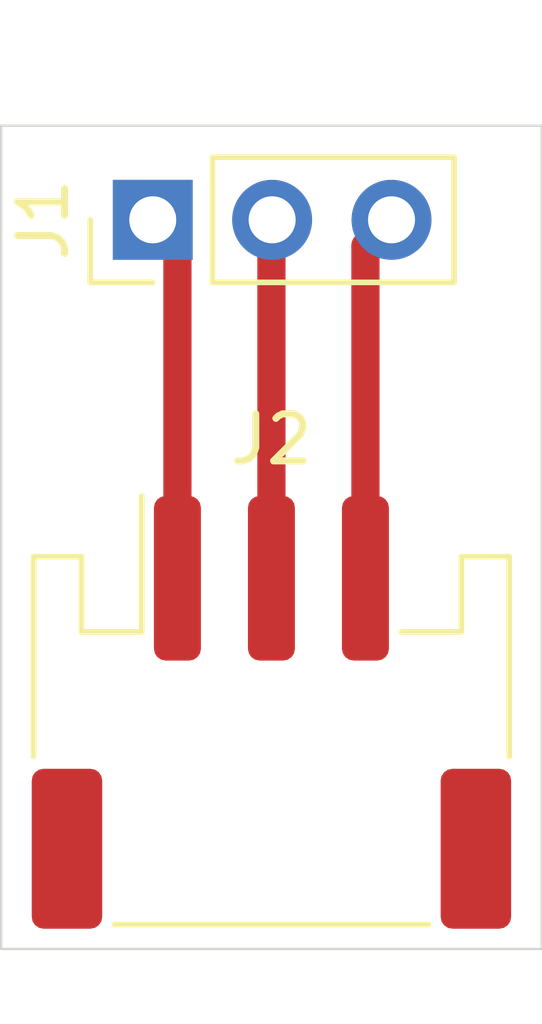
<source format=kicad_pcb>
(kicad_pcb (version 20240108) (generator "pcbnew") (generator_version "8.0")
  (layers (0 "F.Cu" signal) (31 "B.Cu" signal) (34 "B.Paste" user) (35 "F.Paste" user) (36 "B.SilkS" user "B.Silkscreen") (37 "F.SilkS" user "F.Silkscreen") (38 "B.Mask" user) (39 "F.Mask" user) (44 "Edge.Cuts" user))
  (net 0 "")
  (net 1 "Net-(J1-Pin_2)")
  (net 2 "Net-(J1-Pin_1)")
  (net 3 "Net-(J1-Pin_3)")
  (footprint "Connector_JST:JST_PH_S3B-PH-SM4-TB_1x03-1MP_P2.00mm_Horizontal" (layer "F.Cu") (at 149.25 82.22)
    (property "Reference" "J2" (at 0 -5.8 0) (layer "F.SilkS"))
    (property "Value" "Conn_01x03")
    (fp_line (start -5.06 -3.31) (end -4.04 -3.31) (stroke (width 0.12)) (layer "F.SilkS"))
    (fp_line (start -5.06 0.94) (end -5.06 -3.31) (stroke (width 0.12)) (layer "F.SilkS"))
    (fp_line (start -4.04 -3.31) (end -4.04 -1.71) (stroke (width 0.12)) (layer "F.SilkS"))
    (fp_line (start -4.04 -1.71) (end -2.76 -1.71) (stroke (width 0.12)) (layer "F.SilkS"))
    (fp_line (start -3.34 4.51) (end 3.34 4.51) (stroke (width 0.12)) (layer "F.SilkS"))
    (fp_line (start -2.76 -1.71) (end -2.76 -4.6) (stroke (width 0.12)) (layer "F.SilkS"))
    (fp_line (start 4.04 -3.31) (end 4.04 -1.71) (stroke (width 0.12)) (layer "F.SilkS"))
    (fp_line (start 4.04 -1.71) (end 2.76 -1.71) (stroke (width 0.12)) (layer "F.SilkS"))
    (fp_line (start 5.06 -3.31) (end 4.04 -3.31) (stroke (width 0.12)) (layer "F.SilkS"))
    (fp_line (start 5.06 0.94) (end 5.06 -3.31) (stroke (width 0.12)) (layer "F.SilkS"))
    (pad "1" smd roundrect (at -2 -2.85) (size 1 3.5) (layers "F.Cu" "F.Paste" "F.Mask") (net 2 "Net-(J1-Pin_1)"))
    (pad "2" smd roundrect (at 0 -2.85) (size 1 3.5) (layers "F.Cu" "F.Paste" "F.Mask") (net 1 "Net-(J1-Pin_2)"))
    (pad "3" smd roundrect (at 2 -2.85) (size 1 3.5) (layers "F.Cu" "F.Paste" "F.Mask") (net 3 "Net-(J1-Pin_3)"))
    (pad "MP" smd roundrect (at -4.35 2.9) (size 1.5 3.4) (layers "F.Cu" "F.Paste" "F.Mask") (roundrect_rratio 0.166667))
    (pad "MP" smd roundrect (at 4.35 2.9) (size 1.5 3.4) (layers "F.Cu" "F.Paste" "F.Mask") (roundrect_rratio 0.166667))
  )
  (footprint "Connector_PinHeader_2.54mm:PinHeader_1x03_P2.54mm_Vertical" (layer "F.Cu") (at 146.725 71.75 90)
    (property "Reference" "J1" (at 0 -2.33 270) (layer "F.SilkS"))
    (property "Value" "Conn_01x03")
    (fp_line (start -1.33 -1.33) (end 0 -1.33) (stroke (width 0.12)) (layer "F.SilkS"))
    (fp_line (start -1.33 0) (end -1.33 -1.33) (stroke (width 0.12)) (layer "F.SilkS"))
    (fp_line (start 1.33 1.27) (end 1.33 6.41) (stroke (width 0.12)) (layer "F.SilkS"))
    (fp_line (start -1.33 1.27) (end 1.33 1.27) (stroke (width 0.12)) (layer "F.SilkS"))
    (fp_line (start -1.33 1.27) (end -1.33 6.41) (stroke (width 0.12)) (layer "F.SilkS"))
    (fp_line (start -1.33 6.41) (end 1.33 6.41) (stroke (width 0.12)) (layer "F.SilkS"))
    (pad "1" thru_hole rect (at 0 0 90) (size 1.7 1.7) (drill 1) (layers "*.Cu" "*.Mask") (net 2 "Net-(J1-Pin_1)"))
    (pad "2" thru_hole oval (at 0 2.54 90) (size 1.7 1.7) (drill 1) (layers "*.Cu" "*.Mask") (net 1 "Net-(J1-Pin_2)"))
    (pad "3" thru_hole oval (at 0 5.08 90) (size 1.7 1.7) (drill 1) (layers "*.Cu" "*.Mask") (net 3 "Net-(J1-Pin_3)"))
  )
  (gr_rect (start 143.5 69.75) (end 155 87.25) (stroke (width 0.05)) (fill none) (layer "Edge.Cuts"))
  (segment (start 149.25 79.37) (end 149.25 71.765) (width 0.6) (layer "F.Cu") (net 1))
  (segment (start 149.2425 71.765) (end 149.2575 71.75) (width 0.6) (layer "F.Cu") (net 1))
  (segment (start 149.25 71.765) (end 149.265 71.75) (width 0.6) (layer "F.Cu") (net 1))
  (segment (start 147.25 79.37) (end 147.25 72.275) (width 0.6) (layer "F.Cu") (net 2))
  (segment (start 147.25 72.275) (end 146.725 71.75) (width 0.6) (layer "F.Cu") (net 2))
  (segment (start 151.25 79.37) (end 151.25 72.305) (width 0.6) (layer "F.Cu") (net 3))
  (segment (start 151.25 72.305) (end 151.805 71.75) (width 0.6) (layer "F.Cu") (net 3))
)
</source>
